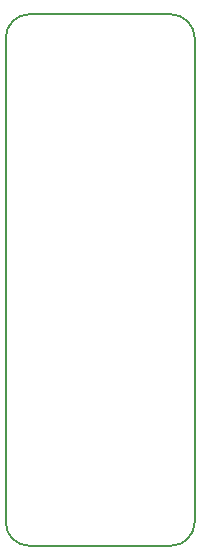
<source format=gbr>
%TF.GenerationSoftware,KiCad,Pcbnew,(5.99.0-13283-gf5fc9fa11f)*%
%TF.CreationDate,2021-11-15T23:55:47+03:00*%
%TF.ProjectId,LIR2032_Battery_Charger,4c495232-3033-4325-9f42-617474657279,rev?*%
%TF.SameCoordinates,PX8f0d180PY5f5e100*%
%TF.FileFunction,Profile,NP*%
%FSLAX46Y46*%
G04 Gerber Fmt 4.6, Leading zero omitted, Abs format (unit mm)*
G04 Created by KiCad (PCBNEW (5.99.0-13283-gf5fc9fa11f)) date 2021-11-15 23:55:47*
%MOMM*%
%LPD*%
G01*
G04 APERTURE LIST*
%TA.AperFunction,Profile*%
%ADD10C,0.150000*%
%TD*%
G04 APERTURE END LIST*
D10*
X14000000Y0D02*
X2000000Y0D01*
X0Y2000000D02*
X0Y43000000D01*
X14000000Y45000000D02*
X2000000Y45000000D01*
X16000000Y2000000D02*
X16000000Y43000000D01*
X2000000Y44999999D02*
G75*
G03*
X0Y43000000I-1J-1999999D01*
G01*
X15999999Y43000000D02*
G75*
G03*
X14000000Y45000000I-1999999J1D01*
G01*
X1Y2000000D02*
G75*
G03*
X2000000Y0I1999999J-1D01*
G01*
X14000000Y1D02*
G75*
G03*
X16000000Y2000000I1J1999999D01*
G01*
M02*

</source>
